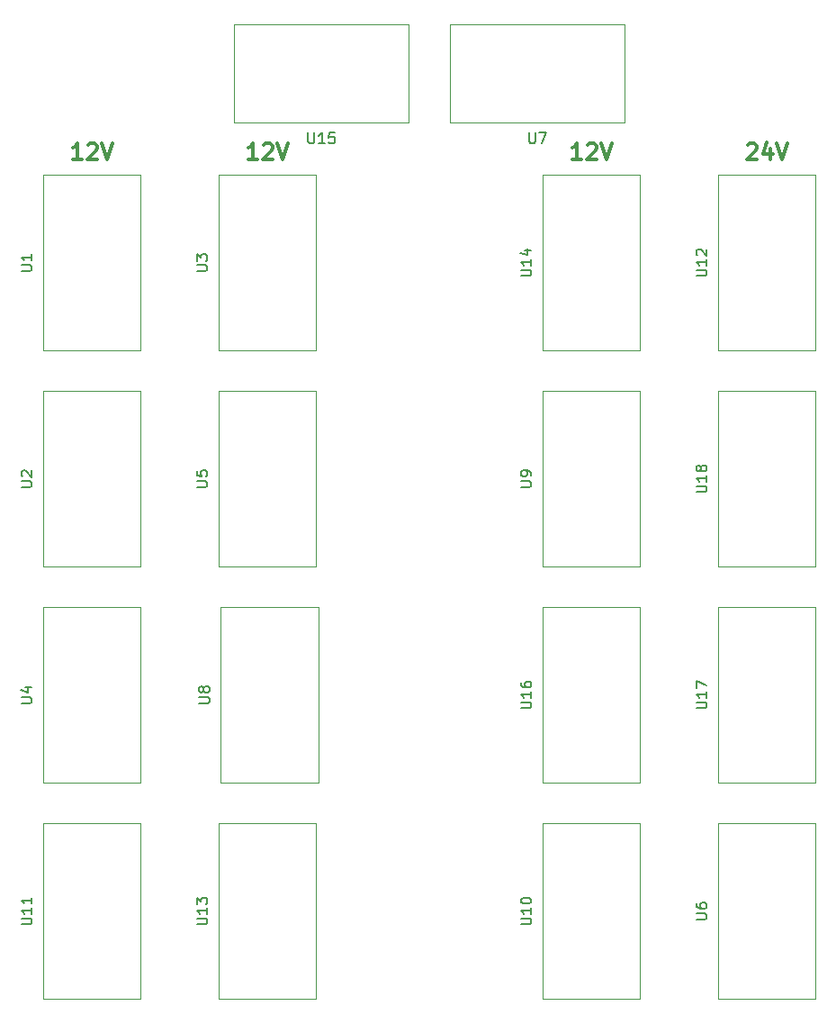
<source format=gto>
%TF.GenerationSoftware,KiCad,Pcbnew,(5.1.10)-1*%
%TF.CreationDate,2021-08-24T00:39:05-04:00*%
%TF.ProjectId,PDBV2,50444256-322e-46b6-9963-61645f706362,rev?*%
%TF.SameCoordinates,Original*%
%TF.FileFunction,Legend,Top*%
%TF.FilePolarity,Positive*%
%FSLAX46Y46*%
G04 Gerber Fmt 4.6, Leading zero omitted, Abs format (unit mm)*
G04 Created by KiCad (PCBNEW (5.1.10)-1) date 2021-08-24 00:39:05*
%MOMM*%
%LPD*%
G01*
G04 APERTURE LIST*
%ADD10C,0.300000*%
%ADD11C,0.120000*%
%ADD12C,0.150000*%
G04 APERTURE END LIST*
D10*
X160774285Y-50375428D02*
X160845714Y-50304000D01*
X160988571Y-50232571D01*
X161345714Y-50232571D01*
X161488571Y-50304000D01*
X161560000Y-50375428D01*
X161631428Y-50518285D01*
X161631428Y-50661142D01*
X161560000Y-50875428D01*
X160702857Y-51732571D01*
X161631428Y-51732571D01*
X162917142Y-50732571D02*
X162917142Y-51732571D01*
X162560000Y-50161142D02*
X162202857Y-51232571D01*
X163131428Y-51232571D01*
X163488571Y-50232571D02*
X163988571Y-51732571D01*
X164488571Y-50232571D01*
X145121428Y-51732571D02*
X144264285Y-51732571D01*
X144692857Y-51732571D02*
X144692857Y-50232571D01*
X144550000Y-50446857D01*
X144407142Y-50589714D01*
X144264285Y-50661142D01*
X145692857Y-50375428D02*
X145764285Y-50304000D01*
X145907142Y-50232571D01*
X146264285Y-50232571D01*
X146407142Y-50304000D01*
X146478571Y-50375428D01*
X146550000Y-50518285D01*
X146550000Y-50661142D01*
X146478571Y-50875428D01*
X145621428Y-51732571D01*
X146550000Y-51732571D01*
X146978571Y-50232571D02*
X147478571Y-51732571D01*
X147978571Y-50232571D01*
X114641428Y-51732571D02*
X113784285Y-51732571D01*
X114212857Y-51732571D02*
X114212857Y-50232571D01*
X114070000Y-50446857D01*
X113927142Y-50589714D01*
X113784285Y-50661142D01*
X115212857Y-50375428D02*
X115284285Y-50304000D01*
X115427142Y-50232571D01*
X115784285Y-50232571D01*
X115927142Y-50304000D01*
X115998571Y-50375428D01*
X116070000Y-50518285D01*
X116070000Y-50661142D01*
X115998571Y-50875428D01*
X115141428Y-51732571D01*
X116070000Y-51732571D01*
X116498571Y-50232571D02*
X116998571Y-51732571D01*
X117498571Y-50232571D01*
X98131428Y-51732571D02*
X97274285Y-51732571D01*
X97702857Y-51732571D02*
X97702857Y-50232571D01*
X97560000Y-50446857D01*
X97417142Y-50589714D01*
X97274285Y-50661142D01*
X98702857Y-50375428D02*
X98774285Y-50304000D01*
X98917142Y-50232571D01*
X99274285Y-50232571D01*
X99417142Y-50304000D01*
X99488571Y-50375428D01*
X99560000Y-50518285D01*
X99560000Y-50661142D01*
X99488571Y-50875428D01*
X98631428Y-51732571D01*
X99560000Y-51732571D01*
X99988571Y-50232571D02*
X100488571Y-51732571D01*
X100988571Y-50232571D01*
D11*
%TO.C,U10*%
X141450000Y-114178000D02*
X150650000Y-114178000D01*
X141450000Y-114178000D02*
X141450000Y-130678000D01*
X141450000Y-130678000D02*
X150650000Y-130678000D01*
X150650000Y-114178000D02*
X150650000Y-130678000D01*
%TO.C,U16*%
X141450000Y-93858000D02*
X150650000Y-93858000D01*
X141450000Y-93858000D02*
X141450000Y-110358000D01*
X141450000Y-110358000D02*
X150650000Y-110358000D01*
X150650000Y-93858000D02*
X150650000Y-110358000D01*
%TO.C,U15*%
X112400000Y-48288000D02*
X112400000Y-39088000D01*
X112400000Y-48288000D02*
X128900000Y-48288000D01*
X128900000Y-48288000D02*
X128900000Y-39088000D01*
X112400000Y-39088000D02*
X128900000Y-39088000D01*
%TO.C,U1*%
X94460000Y-53218000D02*
X103660000Y-53218000D01*
X94460000Y-53218000D02*
X94460000Y-69718000D01*
X94460000Y-69718000D02*
X103660000Y-69718000D01*
X103660000Y-53218000D02*
X103660000Y-69718000D01*
%TO.C,U2*%
X94460000Y-73538000D02*
X103660000Y-73538000D01*
X94460000Y-73538000D02*
X94460000Y-90038000D01*
X94460000Y-90038000D02*
X103660000Y-90038000D01*
X103660000Y-73538000D02*
X103660000Y-90038000D01*
%TO.C,U3*%
X110970000Y-53218000D02*
X120170000Y-53218000D01*
X110970000Y-53218000D02*
X110970000Y-69718000D01*
X110970000Y-69718000D02*
X120170000Y-69718000D01*
X120170000Y-53218000D02*
X120170000Y-69718000D01*
%TO.C,U4*%
X94460000Y-93858000D02*
X103660000Y-93858000D01*
X94460000Y-93858000D02*
X94460000Y-110358000D01*
X94460000Y-110358000D02*
X103660000Y-110358000D01*
X103660000Y-93858000D02*
X103660000Y-110358000D01*
%TO.C,U5*%
X110970000Y-73538000D02*
X120170000Y-73538000D01*
X110970000Y-73538000D02*
X110970000Y-90038000D01*
X110970000Y-90038000D02*
X120170000Y-90038000D01*
X120170000Y-73538000D02*
X120170000Y-90038000D01*
%TO.C,U8*%
X111170000Y-93858000D02*
X120370000Y-93858000D01*
X111170000Y-93858000D02*
X111170000Y-110358000D01*
X111170000Y-110358000D02*
X120370000Y-110358000D01*
X120370000Y-93858000D02*
X120370000Y-110358000D01*
%TO.C,U9*%
X141450000Y-73538000D02*
X150650000Y-73538000D01*
X141450000Y-73538000D02*
X141450000Y-90038000D01*
X141450000Y-90038000D02*
X150650000Y-90038000D01*
X150650000Y-73538000D02*
X150650000Y-90038000D01*
%TO.C,U11*%
X94460000Y-114178000D02*
X103660000Y-114178000D01*
X94460000Y-114178000D02*
X94460000Y-130678000D01*
X94460000Y-130678000D02*
X103660000Y-130678000D01*
X103660000Y-114178000D02*
X103660000Y-130678000D01*
%TO.C,U13*%
X110970000Y-114178000D02*
X120170000Y-114178000D01*
X110970000Y-114178000D02*
X110970000Y-130678000D01*
X110970000Y-130678000D02*
X120170000Y-130678000D01*
X120170000Y-114178000D02*
X120170000Y-130678000D01*
%TO.C,U14*%
X141450000Y-53218000D02*
X150650000Y-53218000D01*
X141450000Y-53218000D02*
X141450000Y-69718000D01*
X141450000Y-69718000D02*
X150650000Y-69718000D01*
X150650000Y-53218000D02*
X150650000Y-69718000D01*
%TO.C,U6*%
X157960000Y-114178000D02*
X167160000Y-114178000D01*
X157960000Y-114178000D02*
X157960000Y-130678000D01*
X157960000Y-130678000D02*
X167160000Y-130678000D01*
X167160000Y-114178000D02*
X167160000Y-130678000D01*
%TO.C,U7*%
X132720000Y-48288000D02*
X132720000Y-39088000D01*
X132720000Y-48288000D02*
X149220000Y-48288000D01*
X149220000Y-48288000D02*
X149220000Y-39088000D01*
X132720000Y-39088000D02*
X149220000Y-39088000D01*
%TO.C,U12*%
X157960000Y-53218000D02*
X167160000Y-53218000D01*
X157960000Y-53218000D02*
X157960000Y-69718000D01*
X157960000Y-69718000D02*
X167160000Y-69718000D01*
X167160000Y-53218000D02*
X167160000Y-69718000D01*
%TO.C,U17*%
X157960000Y-93858000D02*
X167160000Y-93858000D01*
X157960000Y-93858000D02*
X157960000Y-110358000D01*
X157960000Y-110358000D02*
X167160000Y-110358000D01*
X167160000Y-93858000D02*
X167160000Y-110358000D01*
%TO.C,U18*%
X157960000Y-73538000D02*
X167160000Y-73538000D01*
X157960000Y-73538000D02*
X157960000Y-90038000D01*
X157960000Y-90038000D02*
X167160000Y-90038000D01*
X167160000Y-73538000D02*
X167160000Y-90038000D01*
%TO.C,U10*%
D12*
X139406380Y-123666095D02*
X140215904Y-123666095D01*
X140311142Y-123618476D01*
X140358761Y-123570857D01*
X140406380Y-123475619D01*
X140406380Y-123285142D01*
X140358761Y-123189904D01*
X140311142Y-123142285D01*
X140215904Y-123094666D01*
X139406380Y-123094666D01*
X140406380Y-122094666D02*
X140406380Y-122666095D01*
X140406380Y-122380380D02*
X139406380Y-122380380D01*
X139549238Y-122475619D01*
X139644476Y-122570857D01*
X139692095Y-122666095D01*
X139406380Y-121475619D02*
X139406380Y-121380380D01*
X139454000Y-121285142D01*
X139501619Y-121237523D01*
X139596857Y-121189904D01*
X139787333Y-121142285D01*
X140025428Y-121142285D01*
X140215904Y-121189904D01*
X140311142Y-121237523D01*
X140358761Y-121285142D01*
X140406380Y-121380380D01*
X140406380Y-121475619D01*
X140358761Y-121570857D01*
X140311142Y-121618476D01*
X140215904Y-121666095D01*
X140025428Y-121713714D01*
X139787333Y-121713714D01*
X139596857Y-121666095D01*
X139501619Y-121618476D01*
X139454000Y-121570857D01*
X139406380Y-121475619D01*
%TO.C,U16*%
X139406380Y-103346095D02*
X140215904Y-103346095D01*
X140311142Y-103298476D01*
X140358761Y-103250857D01*
X140406380Y-103155619D01*
X140406380Y-102965142D01*
X140358761Y-102869904D01*
X140311142Y-102822285D01*
X140215904Y-102774666D01*
X139406380Y-102774666D01*
X140406380Y-101774666D02*
X140406380Y-102346095D01*
X140406380Y-102060380D02*
X139406380Y-102060380D01*
X139549238Y-102155619D01*
X139644476Y-102250857D01*
X139692095Y-102346095D01*
X139406380Y-100917523D02*
X139406380Y-101108000D01*
X139454000Y-101203238D01*
X139501619Y-101250857D01*
X139644476Y-101346095D01*
X139834952Y-101393714D01*
X140215904Y-101393714D01*
X140311142Y-101346095D01*
X140358761Y-101298476D01*
X140406380Y-101203238D01*
X140406380Y-101012761D01*
X140358761Y-100917523D01*
X140311142Y-100869904D01*
X140215904Y-100822285D01*
X139977809Y-100822285D01*
X139882571Y-100869904D01*
X139834952Y-100917523D01*
X139787333Y-101012761D01*
X139787333Y-101203238D01*
X139834952Y-101298476D01*
X139882571Y-101346095D01*
X139977809Y-101393714D01*
%TO.C,U15*%
X119411904Y-49236380D02*
X119411904Y-50045904D01*
X119459523Y-50141142D01*
X119507142Y-50188761D01*
X119602380Y-50236380D01*
X119792857Y-50236380D01*
X119888095Y-50188761D01*
X119935714Y-50141142D01*
X119983333Y-50045904D01*
X119983333Y-49236380D01*
X120983333Y-50236380D02*
X120411904Y-50236380D01*
X120697619Y-50236380D02*
X120697619Y-49236380D01*
X120602380Y-49379238D01*
X120507142Y-49474476D01*
X120411904Y-49522095D01*
X121888095Y-49236380D02*
X121411904Y-49236380D01*
X121364285Y-49712571D01*
X121411904Y-49664952D01*
X121507142Y-49617333D01*
X121745238Y-49617333D01*
X121840476Y-49664952D01*
X121888095Y-49712571D01*
X121935714Y-49807809D01*
X121935714Y-50045904D01*
X121888095Y-50141142D01*
X121840476Y-50188761D01*
X121745238Y-50236380D01*
X121507142Y-50236380D01*
X121411904Y-50188761D01*
X121364285Y-50141142D01*
%TO.C,U1*%
X92416380Y-62229904D02*
X93225904Y-62229904D01*
X93321142Y-62182285D01*
X93368761Y-62134666D01*
X93416380Y-62039428D01*
X93416380Y-61848952D01*
X93368761Y-61753714D01*
X93321142Y-61706095D01*
X93225904Y-61658476D01*
X92416380Y-61658476D01*
X93416380Y-60658476D02*
X93416380Y-61229904D01*
X93416380Y-60944190D02*
X92416380Y-60944190D01*
X92559238Y-61039428D01*
X92654476Y-61134666D01*
X92702095Y-61229904D01*
%TO.C,U2*%
X92416380Y-82549904D02*
X93225904Y-82549904D01*
X93321142Y-82502285D01*
X93368761Y-82454666D01*
X93416380Y-82359428D01*
X93416380Y-82168952D01*
X93368761Y-82073714D01*
X93321142Y-82026095D01*
X93225904Y-81978476D01*
X92416380Y-81978476D01*
X92511619Y-81549904D02*
X92464000Y-81502285D01*
X92416380Y-81407047D01*
X92416380Y-81168952D01*
X92464000Y-81073714D01*
X92511619Y-81026095D01*
X92606857Y-80978476D01*
X92702095Y-80978476D01*
X92844952Y-81026095D01*
X93416380Y-81597523D01*
X93416380Y-80978476D01*
%TO.C,U3*%
X108926380Y-62229904D02*
X109735904Y-62229904D01*
X109831142Y-62182285D01*
X109878761Y-62134666D01*
X109926380Y-62039428D01*
X109926380Y-61848952D01*
X109878761Y-61753714D01*
X109831142Y-61706095D01*
X109735904Y-61658476D01*
X108926380Y-61658476D01*
X108926380Y-61277523D02*
X108926380Y-60658476D01*
X109307333Y-60991809D01*
X109307333Y-60848952D01*
X109354952Y-60753714D01*
X109402571Y-60706095D01*
X109497809Y-60658476D01*
X109735904Y-60658476D01*
X109831142Y-60706095D01*
X109878761Y-60753714D01*
X109926380Y-60848952D01*
X109926380Y-61134666D01*
X109878761Y-61229904D01*
X109831142Y-61277523D01*
%TO.C,U4*%
X92416380Y-102869904D02*
X93225904Y-102869904D01*
X93321142Y-102822285D01*
X93368761Y-102774666D01*
X93416380Y-102679428D01*
X93416380Y-102488952D01*
X93368761Y-102393714D01*
X93321142Y-102346095D01*
X93225904Y-102298476D01*
X92416380Y-102298476D01*
X92749714Y-101393714D02*
X93416380Y-101393714D01*
X92368761Y-101631809D02*
X93083047Y-101869904D01*
X93083047Y-101250857D01*
%TO.C,U5*%
X108926380Y-82549904D02*
X109735904Y-82549904D01*
X109831142Y-82502285D01*
X109878761Y-82454666D01*
X109926380Y-82359428D01*
X109926380Y-82168952D01*
X109878761Y-82073714D01*
X109831142Y-82026095D01*
X109735904Y-81978476D01*
X108926380Y-81978476D01*
X108926380Y-81026095D02*
X108926380Y-81502285D01*
X109402571Y-81549904D01*
X109354952Y-81502285D01*
X109307333Y-81407047D01*
X109307333Y-81168952D01*
X109354952Y-81073714D01*
X109402571Y-81026095D01*
X109497809Y-80978476D01*
X109735904Y-80978476D01*
X109831142Y-81026095D01*
X109878761Y-81073714D01*
X109926380Y-81168952D01*
X109926380Y-81407047D01*
X109878761Y-81502285D01*
X109831142Y-81549904D01*
%TO.C,U8*%
X109126380Y-102869904D02*
X109935904Y-102869904D01*
X110031142Y-102822285D01*
X110078761Y-102774666D01*
X110126380Y-102679428D01*
X110126380Y-102488952D01*
X110078761Y-102393714D01*
X110031142Y-102346095D01*
X109935904Y-102298476D01*
X109126380Y-102298476D01*
X109554952Y-101679428D02*
X109507333Y-101774666D01*
X109459714Y-101822285D01*
X109364476Y-101869904D01*
X109316857Y-101869904D01*
X109221619Y-101822285D01*
X109174000Y-101774666D01*
X109126380Y-101679428D01*
X109126380Y-101488952D01*
X109174000Y-101393714D01*
X109221619Y-101346095D01*
X109316857Y-101298476D01*
X109364476Y-101298476D01*
X109459714Y-101346095D01*
X109507333Y-101393714D01*
X109554952Y-101488952D01*
X109554952Y-101679428D01*
X109602571Y-101774666D01*
X109650190Y-101822285D01*
X109745428Y-101869904D01*
X109935904Y-101869904D01*
X110031142Y-101822285D01*
X110078761Y-101774666D01*
X110126380Y-101679428D01*
X110126380Y-101488952D01*
X110078761Y-101393714D01*
X110031142Y-101346095D01*
X109935904Y-101298476D01*
X109745428Y-101298476D01*
X109650190Y-101346095D01*
X109602571Y-101393714D01*
X109554952Y-101488952D01*
%TO.C,U9*%
X139406380Y-82549904D02*
X140215904Y-82549904D01*
X140311142Y-82502285D01*
X140358761Y-82454666D01*
X140406380Y-82359428D01*
X140406380Y-82168952D01*
X140358761Y-82073714D01*
X140311142Y-82026095D01*
X140215904Y-81978476D01*
X139406380Y-81978476D01*
X140406380Y-81454666D02*
X140406380Y-81264190D01*
X140358761Y-81168952D01*
X140311142Y-81121333D01*
X140168285Y-81026095D01*
X139977809Y-80978476D01*
X139596857Y-80978476D01*
X139501619Y-81026095D01*
X139454000Y-81073714D01*
X139406380Y-81168952D01*
X139406380Y-81359428D01*
X139454000Y-81454666D01*
X139501619Y-81502285D01*
X139596857Y-81549904D01*
X139834952Y-81549904D01*
X139930190Y-81502285D01*
X139977809Y-81454666D01*
X140025428Y-81359428D01*
X140025428Y-81168952D01*
X139977809Y-81073714D01*
X139930190Y-81026095D01*
X139834952Y-80978476D01*
%TO.C,U11*%
X92416380Y-123666095D02*
X93225904Y-123666095D01*
X93321142Y-123618476D01*
X93368761Y-123570857D01*
X93416380Y-123475619D01*
X93416380Y-123285142D01*
X93368761Y-123189904D01*
X93321142Y-123142285D01*
X93225904Y-123094666D01*
X92416380Y-123094666D01*
X93416380Y-122094666D02*
X93416380Y-122666095D01*
X93416380Y-122380380D02*
X92416380Y-122380380D01*
X92559238Y-122475619D01*
X92654476Y-122570857D01*
X92702095Y-122666095D01*
X93416380Y-121142285D02*
X93416380Y-121713714D01*
X93416380Y-121428000D02*
X92416380Y-121428000D01*
X92559238Y-121523238D01*
X92654476Y-121618476D01*
X92702095Y-121713714D01*
%TO.C,U13*%
X108926380Y-123666095D02*
X109735904Y-123666095D01*
X109831142Y-123618476D01*
X109878761Y-123570857D01*
X109926380Y-123475619D01*
X109926380Y-123285142D01*
X109878761Y-123189904D01*
X109831142Y-123142285D01*
X109735904Y-123094666D01*
X108926380Y-123094666D01*
X109926380Y-122094666D02*
X109926380Y-122666095D01*
X109926380Y-122380380D02*
X108926380Y-122380380D01*
X109069238Y-122475619D01*
X109164476Y-122570857D01*
X109212095Y-122666095D01*
X108926380Y-121761333D02*
X108926380Y-121142285D01*
X109307333Y-121475619D01*
X109307333Y-121332761D01*
X109354952Y-121237523D01*
X109402571Y-121189904D01*
X109497809Y-121142285D01*
X109735904Y-121142285D01*
X109831142Y-121189904D01*
X109878761Y-121237523D01*
X109926380Y-121332761D01*
X109926380Y-121618476D01*
X109878761Y-121713714D01*
X109831142Y-121761333D01*
%TO.C,U14*%
X139406380Y-62706095D02*
X140215904Y-62706095D01*
X140311142Y-62658476D01*
X140358761Y-62610857D01*
X140406380Y-62515619D01*
X140406380Y-62325142D01*
X140358761Y-62229904D01*
X140311142Y-62182285D01*
X140215904Y-62134666D01*
X139406380Y-62134666D01*
X140406380Y-61134666D02*
X140406380Y-61706095D01*
X140406380Y-61420380D02*
X139406380Y-61420380D01*
X139549238Y-61515619D01*
X139644476Y-61610857D01*
X139692095Y-61706095D01*
X139739714Y-60277523D02*
X140406380Y-60277523D01*
X139358761Y-60515619D02*
X140073047Y-60753714D01*
X140073047Y-60134666D01*
%TO.C,U6*%
X155916380Y-123189904D02*
X156725904Y-123189904D01*
X156821142Y-123142285D01*
X156868761Y-123094666D01*
X156916380Y-122999428D01*
X156916380Y-122808952D01*
X156868761Y-122713714D01*
X156821142Y-122666095D01*
X156725904Y-122618476D01*
X155916380Y-122618476D01*
X155916380Y-121713714D02*
X155916380Y-121904190D01*
X155964000Y-121999428D01*
X156011619Y-122047047D01*
X156154476Y-122142285D01*
X156344952Y-122189904D01*
X156725904Y-122189904D01*
X156821142Y-122142285D01*
X156868761Y-122094666D01*
X156916380Y-121999428D01*
X156916380Y-121808952D01*
X156868761Y-121713714D01*
X156821142Y-121666095D01*
X156725904Y-121618476D01*
X156487809Y-121618476D01*
X156392571Y-121666095D01*
X156344952Y-121713714D01*
X156297333Y-121808952D01*
X156297333Y-121999428D01*
X156344952Y-122094666D01*
X156392571Y-122142285D01*
X156487809Y-122189904D01*
%TO.C,U7*%
X140208095Y-49236380D02*
X140208095Y-50045904D01*
X140255714Y-50141142D01*
X140303333Y-50188761D01*
X140398571Y-50236380D01*
X140589047Y-50236380D01*
X140684285Y-50188761D01*
X140731904Y-50141142D01*
X140779523Y-50045904D01*
X140779523Y-49236380D01*
X141160476Y-49236380D02*
X141827142Y-49236380D01*
X141398571Y-50236380D01*
%TO.C,U12*%
X155916380Y-62706095D02*
X156725904Y-62706095D01*
X156821142Y-62658476D01*
X156868761Y-62610857D01*
X156916380Y-62515619D01*
X156916380Y-62325142D01*
X156868761Y-62229904D01*
X156821142Y-62182285D01*
X156725904Y-62134666D01*
X155916380Y-62134666D01*
X156916380Y-61134666D02*
X156916380Y-61706095D01*
X156916380Y-61420380D02*
X155916380Y-61420380D01*
X156059238Y-61515619D01*
X156154476Y-61610857D01*
X156202095Y-61706095D01*
X156011619Y-60753714D02*
X155964000Y-60706095D01*
X155916380Y-60610857D01*
X155916380Y-60372761D01*
X155964000Y-60277523D01*
X156011619Y-60229904D01*
X156106857Y-60182285D01*
X156202095Y-60182285D01*
X156344952Y-60229904D01*
X156916380Y-60801333D01*
X156916380Y-60182285D01*
%TO.C,U17*%
X155916380Y-103346095D02*
X156725904Y-103346095D01*
X156821142Y-103298476D01*
X156868761Y-103250857D01*
X156916380Y-103155619D01*
X156916380Y-102965142D01*
X156868761Y-102869904D01*
X156821142Y-102822285D01*
X156725904Y-102774666D01*
X155916380Y-102774666D01*
X156916380Y-101774666D02*
X156916380Y-102346095D01*
X156916380Y-102060380D02*
X155916380Y-102060380D01*
X156059238Y-102155619D01*
X156154476Y-102250857D01*
X156202095Y-102346095D01*
X155916380Y-101441333D02*
X155916380Y-100774666D01*
X156916380Y-101203238D01*
%TO.C,U18*%
X155916380Y-83026095D02*
X156725904Y-83026095D01*
X156821142Y-82978476D01*
X156868761Y-82930857D01*
X156916380Y-82835619D01*
X156916380Y-82645142D01*
X156868761Y-82549904D01*
X156821142Y-82502285D01*
X156725904Y-82454666D01*
X155916380Y-82454666D01*
X156916380Y-81454666D02*
X156916380Y-82026095D01*
X156916380Y-81740380D02*
X155916380Y-81740380D01*
X156059238Y-81835619D01*
X156154476Y-81930857D01*
X156202095Y-82026095D01*
X156344952Y-80883238D02*
X156297333Y-80978476D01*
X156249714Y-81026095D01*
X156154476Y-81073714D01*
X156106857Y-81073714D01*
X156011619Y-81026095D01*
X155964000Y-80978476D01*
X155916380Y-80883238D01*
X155916380Y-80692761D01*
X155964000Y-80597523D01*
X156011619Y-80549904D01*
X156106857Y-80502285D01*
X156154476Y-80502285D01*
X156249714Y-80549904D01*
X156297333Y-80597523D01*
X156344952Y-80692761D01*
X156344952Y-80883238D01*
X156392571Y-80978476D01*
X156440190Y-81026095D01*
X156535428Y-81073714D01*
X156725904Y-81073714D01*
X156821142Y-81026095D01*
X156868761Y-80978476D01*
X156916380Y-80883238D01*
X156916380Y-80692761D01*
X156868761Y-80597523D01*
X156821142Y-80549904D01*
X156725904Y-80502285D01*
X156535428Y-80502285D01*
X156440190Y-80549904D01*
X156392571Y-80597523D01*
X156344952Y-80692761D01*
%TD*%
M02*

</source>
